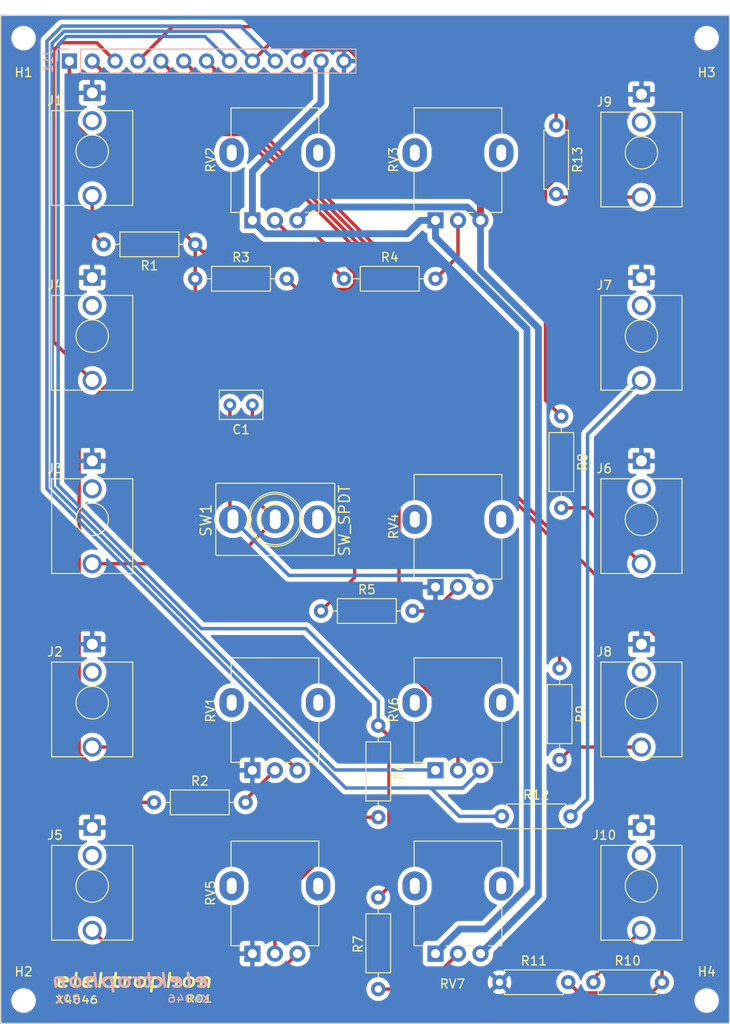
<source format=kicad_pcb>
(kicad_pcb (version 20221018) (generator pcbnew)
  (title_block (title "X046") (date "2019-09-02") (rev "R01") (comment 1 "PCB for mount circuit") (comment 2 "Original design by Thomas Henry") (comment 4 "License CC BY 4.0 - Attribution 4.0 International"))
  (layers (0 "F.Cu" signal) (31 "B.Cu" signal) (34 "B.Paste" user) (35 "F.Paste" user) (36 "B.SilkS" user "B.Silkscreen") (37 "F.SilkS" user "F.Silkscreen") (38 "B.Mask" user) (39 "F.Mask" user) (44 "Edge.Cuts" user))
  (net 0 "")
  (net 1 "Net-(SW1-A)")
  (net 2 "Net-(SW1-B)")
  (net 3 "Net-(J1-PadT)")
  (net 4 "GND")
  (net 6 "Net-(J2-PadT)")
  (net 9 "/HARD_SYNC")
  (net 11 "Net-(J5-PadT)")
  (net 13 "Net-(J6-PadT)")
  (net 15 "Net-(J7-PadT)")
  (net 17 "Net-(J8-PadT)")
  (net 19 "Net-(J9-PadT)")
  (net 21 "Net-(J10-PadT)")
  (net 23 "-15V")
  (net 24 "+15V")
  (net 25 "/PULSE")
  (net 26 "/SAW")
  (net 27 "/RAMPOID")
  (net 28 "/TRIANGLE")
  (net 29 "/SINE")
  (net 30 "/PWM")
  (net 31 "/SKEW")
  (net 32 "/LIN_FM")
  (net 33 "/EXP_FM")
  (net 34 "Net-(R2-Pad2)")
  (net 35 "Net-(R3-Pad2)")
  (net 36 "Net-(R4-Pad2)")
  (net 37 "Net-(R5-Pad2)")
  (net 38 "Net-(R6-Pad2)")
  (net 39 "Net-(R7-Pad2)")
  (footprint "Capacitor_THT:C_Rect_L4.6mm_W3.0mm_P2.50mm_MKS02_FKP02" (layer "F.Cu") (at 68.58 83.82 180)
    (fp_text reference "C1" (at 1.25 -2.75 180) (layer "F.SilkS"))
    (fp_text value "0.22u")
    (pad "1" thru_hole circle (at 0 0 180) (size 1.4 1.4) (drill 0.7) (layers "*.Cu" "*.Mask") (net 2 "Net-(SW1-B)"))
    (pad "2" thru_hole circle (at 2.5 0 180) (size 1.4 1.4) (drill 0.7) (layers "*.Cu" "*.Mask") (net 1 "Net-(SW1-A)"))
  )
  (footprint "elektrophon:Jack_3.5mm_WQP-PJ398SM_Vertical" (layer "F.Cu") (at 50.8 55.72)
    (fp_text reference "J1" (at -4.13 -5.63) (layer "F.SilkS"))
    (fp_text value "AudioJack2_SwitchT")
    (pad "S" thru_hole rect (at 0 -6.48 180) (size 1.93 1.83) (drill 1.22) (layers "*.Cu" "*.Mask") (net 4 "GND"))
    (pad "T" thru_hole circle (at 0 4.92 180) (size 2.13 2.13) (drill 1.43) (layers "*.Cu" "*.Mask") (net 3 "Net-(J1-PadT)"))
    (pad "TN" thru_hole circle (at 0 -3.38 180) (size 2.13 2.13) (drill 1.42) (layers "*.Cu" "*.Mask"))
  )
  (footprint "elektrophon:Jack_3.5mm_WQP-PJ398SM_Vertical" (layer "F.Cu") (at 50.8 116.84)
    (fp_text reference "J2" (at -4.13 -5.63) (layer "F.SilkS"))
    (fp_text value "AudioJack2_SwitchT")
    (pad "S" thru_hole rect (at 0 -6.48 180) (size 1.93 1.83) (drill 1.22) (layers "*.Cu" "*.Mask") (net 4 "GND"))
    (pad "T" thru_hole circle (at 0 4.92 180) (size 2.13 2.13) (drill 1.43) (layers "*.Cu" "*.Mask") (net 6 "Net-(J2-PadT)"))
    (pad "TN" thru_hole circle (at 0 -3.38 180) (size 2.13 2.13) (drill 1.42) (layers "*.Cu" "*.Mask"))
  )
  (footprint "elektrophon:Jack_3.5mm_WQP-PJ398SM_Vertical" (layer "F.Cu") (at 50.8 96.52)
    (fp_text reference "J3" (at -4.13 -5.63) (layer "F.SilkS"))
    (fp_text value "AudioJack2_SwitchT")
    (pad "S" thru_hole rect (at 0 -6.48 180) (size 1.93 1.83) (drill 1.22) (layers "*.Cu" "*.Mask") (net 4 "GND"))
    (pad "T" thru_hole circle (at 0 4.92 180) (size 2.13 2.13) (drill 1.43) (layers "*.Cu" "*.Mask") (net 2 "Net-(SW1-B)"))
    (pad "TN" thru_hole circle (at 0 -3.38 180) (size 2.13 2.13) (drill 1.42) (layers "*.Cu" "*.Mask"))
  )
  (footprint "elektrophon:Jack_3.5mm_WQP-PJ398SM_Vertical" (layer "F.Cu") (at 50.8 76.2)
    (fp_text reference "J4" (at -4.13 -5.63) (layer "F.SilkS"))
    (fp_text value "AudioJack2_SwitchT")
    (pad "S" thru_hole rect (at 0 -6.48 180) (size 1.93 1.83) (drill 1.22) (layers "*.Cu" "*.Mask") (net 4 "GND"))
    (pad "T" thru_hole circle (at 0 4.92 180) (size 2.13 2.13) (drill 1.43) (layers "*.Cu" "*.Mask") (net 9 "/HARD_SYNC"))
    (pad "TN" thru_hole circle (at 0 -3.38 180) (size 2.13 2.13) (drill 1.42) (layers "*.Cu" "*.Mask"))
  )
  (footprint "elektrophon:Jack_3.5mm_WQP-PJ398SM_Vertical" (layer "F.Cu") (at 50.8 137.16)
    (fp_text reference "J5" (at -4.13 -5.63) (layer "F.SilkS"))
    (fp_text value "AudioJack2_SwitchT")
    (pad "S" thru_hole rect (at 0 -6.48 180) (size 1.93 1.83) (drill 1.22) (layers "*.Cu" "*.Mask") (net 4 "GND"))
    (pad "T" thru_hole circle (at 0 4.92 180) (size 2.13 2.13) (drill 1.43) (layers "*.Cu" "*.Mask") (net 11 "Net-(J5-PadT)"))
    (pad "TN" thru_hole circle (at 0 -3.38 180) (size 2.13 2.13) (drill 1.42) (layers "*.Cu" "*.Mask"))
  )
  (footprint "elektrophon:Jack_3.5mm_WQP-PJ398SM_Vertical" (layer "F.Cu") (at 111.76 96.52)
    (fp_text reference "J6" (at -4.13 -5.63) (layer "F.SilkS"))
    (fp_text value "AudioJack2_SwitchT")
    (pad "S" thru_hole rect (at 0 -6.48 180) (size 1.93 1.83) (drill 1.22) (layers "*.Cu" "*.Mask") (net 4 "GND"))
    (pad "T" thru_hole circle (at 0 4.92 180) (size 2.13 2.13) (drill 1.43) (layers "*.Cu" "*.Mask") (net 13 "Net-(J6-PadT)"))
    (pad "TN" thru_hole circle (at 0 -3.38 180) (size 2.13 2.13) (drill 1.42) (layers "*.Cu" "*.Mask"))
  )
  (footprint "elektrophon:Jack_3.5mm_WQP-PJ398SM_Vertical" (layer "F.Cu") (at 111.76 76.2)
    (fp_text reference "J7" (at -4.13 -5.63) (layer "F.SilkS"))
    (fp_text value "AudioJack2_SwitchT")
    (pad "S" thru_hole rect (at 0 -6.48 180) (size 1.93 1.83) (drill 1.22) (layers "*.Cu" "*.Mask") (net 4 "GND"))
    (pad "T" thru_hole circle (at 0 4.92 180) (size 2.13 2.13) (drill 1.43) (layers "*.Cu" "*.Mask") (net 15 "Net-(J7-PadT)"))
    (pad "TN" thru_hole circle (at 0 -3.38 180) (size 2.13 2.13) (drill 1.42) (layers "*.Cu" "*.Mask"))
  )
  (footprint "elektrophon:Jack_3.5mm_WQP-PJ398SM_Vertical" (layer "F.Cu") (at 111.76 116.84)
    (fp_text reference "J8" (at -4.13 -5.63) (layer "F.SilkS"))
    (fp_text value "AudioJack2_SwitchT")
    (pad "S" thru_hole rect (at 0 -6.48 180) (size 1.93 1.83) (drill 1.22) (layers "*.Cu" "*.Mask") (net 4 "GND"))
    (pad "T" thru_hole circle (at 0 4.92 180) (size 2.13 2.13) (drill 1.43) (layers "*.Cu" "*.Mask") (net 17 "Net-(J8-PadT)"))
    (pad "TN" thru_hole circle (at 0 -3.38 180) (size 2.13 2.13) (drill 1.42) (layers "*.Cu" "*.Mask"))
  )
  (footprint "elektrophon:Jack_3.5mm_WQP-PJ398SM_Vertical" (layer "F.Cu") (at 111.76 55.88)
    (fp_text reference "J9" (at -4.13 -5.63) (layer "F.SilkS"))
    (fp_text value "AudioJack2_SwitchT")
    (pad "S" thru_hole rect (at 0 -6.48 180) (size 1.93 1.83) (drill 1.22) (layers "*.Cu" "*.Mask") (net 4 "GND"))
    (pad "T" thru_hole circle (at 0 4.92 180) (size 2.13 2.13) (drill 1.43) (layers "*.Cu" "*.Mask") (net 19 "Net-(J9-PadT)"))
    (pad "TN" thru_hole circle (at 0 -3.38 180) (size 2.13 2.13) (drill 1.42) (layers "*.Cu" "*.Mask"))
  )
  (footprint "elektrophon:Jack_3.5mm_WQP-PJ398SM_Vertical" (layer "F.Cu") (at 111.76 137.16)
    (fp_text reference "J10" (at -4.13 -5.63) (layer "F.SilkS"))
    (fp_text value "AudioJack2_SwitchT")
    (pad "S" thru_hole rect (at 0 -6.48 180) (size 1.93 1.83) (drill 1.22) (layers "*.Cu" "*.Mask") (net 4 "GND"))
    (pad "T" thru_hole circle (at 0 4.92 180) (size 2.13 2.13) (drill 1.43) (layers "*.Cu" "*.Mask") (net 21 "Net-(J10-PadT)"))
    (pad "TN" thru_hole circle (at 0 -3.38 180) (size 2.13 2.13) (drill 1.42) (layers "*.Cu" "*.Mask"))
  )
  (footprint "Resistor_THT:R_Axial_DIN0207_L6.3mm_D2.5mm_P10.16mm_Horizontal" (layer "F.Cu") (at 62.23 66.04 180)
    (fp_text reference "R1" (at 5.08 -2.37) (layer "F.SilkS"))
    (fp_text value "100k")
    (pad "1" thru_hole circle (at 0 0 180) (size 1.6 1.6) (drill 0.8) (layers "*.Cu" "*.Mask") (net 33 "/EXP_FM"))
    (pad "2" thru_hole oval (at 10.16 0 180) (size 1.6 1.6) (drill 0.8) (layers "*.Cu" "*.Mask") (net 3 "Net-(J1-PadT)"))
  )
  (footprint "Resistor_THT:R_Axial_DIN0207_L6.3mm_D2.5mm_P10.16mm_Horizontal" (layer "F.Cu") (at 57.660001 127.895001)
    (fp_text reference "R2" (at 5.08 -2.37) (layer "F.SilkS"))
    (fp_text value "100k")
    (pad "1" thru_hole circle (at 0 0) (size 1.6 1.6) (drill 0.8) (layers "*.Cu" "*.Mask") (net 33 "/EXP_FM"))
    (pad "2" thru_hole oval (at 10.16 0) (size 1.6 1.6) (drill 0.8) (layers "*.Cu" "*.Mask") (net 34 "Net-(R2-Pad2)"))
  )
  (footprint "Resistor_THT:R_Axial_DIN0207_L6.3mm_D2.5mm_P10.16mm_Horizontal" (layer "F.Cu") (at 62.23 69.85)
    (fp_text reference "R3" (at 5.08 -2.37) (layer "F.SilkS"))
    (fp_text value "100k")
    (pad "1" thru_hole circle (at 0 0) (size 1.6 1.6) (drill 0.8) (layers "*.Cu" "*.Mask") (net 33 "/EXP_FM"))
    (pad "2" thru_hole oval (at 10.16 0) (size 1.6 1.6) (drill 0.8) (layers "*.Cu" "*.Mask") (net 35 "Net-(R3-Pad2)"))
  )
  (footprint "Resistor_THT:R_Axial_DIN0207_L6.3mm_D2.5mm_P10.16mm_Horizontal" (layer "F.Cu") (at 78.74 69.85)
    (fp_text reference "R4" (at 5.08 -2.37) (layer "F.SilkS"))
    (fp_text value "3M3")
    (pad "1" thru_hole circle (at 0 0) (size 1.6 1.6) (drill 0.8) (layers "*.Cu" "*.Mask") (net 33 "/EXP_FM"))
    (pad "2" thru_hole oval (at 10.16 0) (size 1.6 1.6) (drill 0.8) (layers "*.Cu" "*.Mask") (net 36 "Net-(R4-Pad2)"))
  )
  (footprint "Resistor_THT:R_Axial_DIN0207_L6.3mm_D2.5mm_P10.16mm_Horizontal" (layer "F.Cu") (at 76.2 106.68)
    (fp_text reference "R5" (at 5.08 -2.37) (layer "F.SilkS"))
    (fp_text value "100k")
    (pad "1" thru_hole circle (at 0 0) (size 1.6 1.6) (drill 0.8) (layers "*.Cu" "*.Mask") (net 32 "/LIN_FM"))
    (pad "2" thru_hole oval (at 10.16 0) (size 1.6 1.6) (drill 0.8) (layers "*.Cu" "*.Mask") (net 37 "Net-(R5-Pad2)"))
  )
  (footprint "Resistor_THT:R_Axial_DIN0207_L6.3mm_D2.5mm_P10.16mm_Horizontal" (layer "F.Cu") (at 82.55 119.38 -90)
    (fp_text reference "R6" (at 5.08 -2.37 90) (layer "F.SilkS"))
    (fp_text value "100k")
    (pad "1" thru_hole circle (at 0 0 270) (size 1.6 1.6) (drill 0.8) (layers "*.Cu" "*.Mask") (net 30 "/PWM"))
    (pad "2" thru_hole oval (at 10.16 0 270) (size 1.6 1.6) (drill 0.8) (layers "*.Cu" "*.Mask") (net 38 "Net-(R6-Pad2)"))
  )
  (footprint "Resistor_THT:R_Axial_DIN0207_L6.3mm_D2.5mm_P10.16mm_Horizontal" (layer "F.Cu") (at 82.55 138.43 -90)
    (fp_text reference "R7" (at 5.18 2.23 90) (layer "F.SilkS"))
    (fp_text value "330k")
    (pad "1" thru_hole circle (at 0 0 270) (size 1.6 1.6) (drill 0.8) (layers "*.Cu" "*.Mask") (net 30 "/PWM"))
    (pad "2" thru_hole oval (at 10.16 0 270) (size 1.6 1.6) (drill 0.8) (layers "*.Cu" "*.Mask") (net 39 "Net-(R7-Pad2)"))
  )
  (footprint "Resistor_THT:R_Axial_DIN0207_L6.3mm_D2.5mm_P10.16mm_Horizontal" (layer "F.Cu") (at 102.87 85.09 -90)
    (fp_text reference "R8" (at 5.08 -2.37 90) (layer "F.SilkS"))
    (fp_text value "1k")
    (pad "1" thru_hole circle (at 0 0 270) (size 1.6 1.6) (drill 0.8) (layers "*.Cu" "*.Mask") (net 29 "/SINE"))
    (pad "2" thru_hole oval (at 10.16 0 270) (size 1.6 1.6) (drill 0.8) (layers "*.Cu" "*.Mask") (net 13 "Net-(J6-PadT)"))
  )
  (footprint "Resistor_THT:R_Axial_DIN0207_L6.3mm_D2.5mm_P10.16mm_Horizontal" (layer "F.Cu") (at 102.68 113.03 -90)
    (fp_text reference "R9" (at 5.08 -2.37 90) (layer "F.SilkS"))
    (fp_text value "1k")
    (pad "1" thru_hole circle (at 0 0 270) (size 1.6 1.6) (drill 0.8) (layers "*.Cu" "*.Mask") (net 27 "/RAMPOID"))
    (pad "2" thru_hole oval (at 10.16 0 270) (size 1.6 1.6) (drill 0.8) (layers "*.Cu" "*.Mask") (net 17 "Net-(J8-PadT)"))
  )
  (footprint "Resistor_THT:R_Axial_DIN0207_L6.3mm_D2.5mm_P7.62mm_Horizontal" (layer "F.Cu") (at 106.426 147.828)
    (fp_text reference "R10" (at 3.81 -2.37) (layer "F.SilkS"))
    (fp_text value "3k")
    (pad "1" thru_hole circle (at 0 0) (size 1.6 1.6) (drill 0.8) (layers "*.Cu" "*.Mask") (net 21 "Net-(J10-PadT)"))
    (pad "2" thru_hole oval (at 7.62 0) (size 1.6 1.6) (drill 0.8) (layers "*.Cu" "*.Mask") (net 25 "/PULSE"))
  )
  (footprint "Resistor_THT:R_Axial_DIN0207_L6.3mm_D2.5mm_P7.62mm_Horizontal" (layer "F.Cu") (at 96.012 147.828)
    (fp_text reference "R11" (at 3.81 -2.37) (layer "F.SilkS"))
    (fp_text value "1k8")
    (pad "1" thru_hole circle (at 0 0) (size 1.6 1.6) (drill 0.8) (layers "*.Cu" "*.Mask") (net 4 "GND"))
    (pad "2" thru_hole oval (at 7.62 0) (size 1.6 1.6) (drill 0.8) (layers "*.Cu" "*.Mask") (net 25 "/PULSE"))
  )
  (footprint "Resistor_THT:R_Axial_DIN0207_L6.3mm_D2.5mm_P7.62mm_Horizontal" (layer "F.Cu") (at 96.27 129.44)
    (fp_text reference "R12" (at 3.81 -2.37) (layer "F.SilkS"))
    (fp_text value "1k")
    (pad "1" thru_hole circle (at 0 0) (size 1.6 1.6) (drill 0.8) (layers "*.Cu" "*.Mask") (net 28 "/TRIANGLE"))
    (pad "2" thru_hole oval (at 7.62 0) (size 1.6 1.6) (drill 0.8) (layers "*.Cu" "*.Mask") (net 15 "Net-(J7-PadT)"))
  )
  (footprint "Resistor_THT:R_Axial_DIN0207_L6.3mm_D2.5mm_P7.62mm_Horizontal" (layer "F.Cu") (at 102.3 52.84 -90)
    (fp_text reference "R13" (at 3.81 -2.37 90) (layer "F.SilkS"))
    (fp_text value "1k")
    (pad "1" thru_hole circle (at 0 0 270) (size 1.6 1.6) (drill 0.8) (layers "*.Cu" "*.Mask") (net 26 "/SAW"))
    (pad "2" thru_hole oval (at 7.62 0 270) (size 1.6 1.6) (drill 0.8) (layers "*.Cu" "*.Mask") (net 19 "Net-(J9-PadT)"))
  )
  (footprint "elektrophon:Potentiometer_Alpha_RD901F-40-00D_Single_Vertical" (layer "F.Cu") (at 71.12 116.84 90)
    (fp_text reference "RV1" (at -0.79 -7.18 270) (layer "F.SilkS"))
    (fp_text value "100k")
    (pad "" thru_hole oval (at 0 -4.84 180) (size 2.72 3.24) (drill oval 1.1 1.8) (layers "*.Cu" "*.Mask"))
    (pad "" thru_hole oval (at 0 4.76 180) (size 2.72 3.24) (drill oval 1.1 1.8) (layers "*.Cu" "*.Mask"))
    (pad "1" thru_hole rect (at -7.5 -2.54 180) (size 1.8 1.8) (drill 1) (layers "*.Cu" "*.Mask") (net 4 "GND"))
    (pad "2" thru_hole circle (at -7.5 -0.04 180) (size 1.8 1.8) (drill 1) (layers "*.Cu" "*.Mask") (net 34 "Net-(R2-Pad2)"))
    (pad "3" thru_hole circle (at -7.5 2.46 180) (size 1.8 1.8) (drill 1) (layers "*.Cu" "*.Mask") (net 6 "Net-(J2-PadT)"))
  )
  (footprint "elektrophon:Potentiometer_Alpha_RD901F-40-00D_Single_Vertical" (layer "F.Cu") (at 71.12 55.88 90)
    (fp_text reference "RV2" (at -0.79 -7.18 270) (layer "F.SilkS"))
    (fp_text value "100k")
    (pad "" thru_hole oval (at 0 -4.84 180) (size 2.72 3.24) (drill oval 1.1 1.8) (layers "*.Cu" "*.Mask"))
    (pad "" thru_hole oval (at 0 4.76 180) (size 2.72 3.24) (drill oval 1.1 1.8) (layers "*.Cu" "*.Mask"))
    (pad "1" thru_hole rect (at -7.5 -2.54 180) (size 1.8 1.8) (drill 1) (layers "*.Cu" "*.Mask") (net 23 "-15V"))
    (pad "2" thru_hole circle (at -7.5 -0.04 180) (size 1.8 1.8) (drill 1) (layers "*.Cu" "*.Mask") (net 35 "Net-(R3-Pad2)"))
    (pad "3" thru_hole circle (at -7.5 2.46 180) (size 1.8 1.8) (drill 1) (layers "*.Cu" "*.Mask") (net 24 "+15V"))
  )
  (footprint "elektrophon:Potentiometer_Alpha_RD901F-40-00D_Single_Vertical" (layer "F.Cu") (at 91.44 55.88 90)
    (fp_text reference "RV3" (at -0.79 -7.18 270) (layer "F.SilkS"))
    (fp_text value "100k")
    (pad "" thru_hole oval (at 0 -4.84 180) (size 2.72 3.24) (drill oval 1.1 1.8) (layers "*.Cu" "*.Mask"))
    (pad "" thru_hole oval (at 0 4.76 180) (size 2.72 3.24) (drill oval 1.1 1.8) (layers "*.Cu" "*.Mask"))
    (pad "1" thru_hole rect (at -7.5 -2.54 180) (size 1.8 1.8) (drill 1) (layers "*.Cu" "*.Mask") (net 23 "-15V"))
    (pad "2" thru_hole circle (at -7.5 -0.04 180) (size 1.8 1.8) (drill 1) (layers "*.Cu" "*.Mask") (net 36 "Net-(R4-Pad2)"))
    (pad "3" thru_hole circle (at -7.5 2.46 180) (size 1.8 1.8) (drill 1) (layers "*.Cu" "*.Mask") (net 24 "+15V"))
  )
  (footprint "elektrophon:Potentiometer_Alpha_RD901F-40-00D_Single_Vertical" (layer "F.Cu") (at 91.44 96.52 90)
    (fp_text reference "RV4" (at -0.79 -7.18 270) (layer "F.SilkS"))
    (fp_text value "100k")
    (pad "" thru_hole oval (at 0 -4.84 180) (size 2.72 3.24) (drill oval 1.1 1.8) (layers "*.Cu" "*.Mask"))
    (pad "" thru_hole oval (at 0 4.76 180) (size 2.72 3.24) (drill oval 1.1 1.8) (layers "*.Cu" "*.Mask"))
    (pad "1" thru_hole rect (at -7.5 -2.54 180) (size 1.8 1.8) (drill 1) (layers "*.Cu" "*.Mask") (net 4 "GND"))
    (pad "2" thru_hole circle (at -7.5 -0.04 180) (size 1.8 1.8) (drill 1) (layers "*.Cu" "*.Mask") (net 37 "Net-(R5-Pad2)"))
    (pad "3" thru_hole circle (at -7.5 2.46 180) (size 1.8 1.8) (drill 1) (layers "*.Cu" "*.Mask") (net 1 "Net-(SW1-A)"))
  )
  (footprint "elektrophon:Potentiometer_Alpha_RD901F-40-00D_Single_Vertical" (layer "F.Cu") (at 71.12 137.16 90)
    (fp_text reference "RV5" (at -0.79 -7.18 270) (layer "F.SilkS"))
    (fp_text value "100k")
    (pad "" thru_hole oval (at 0 -4.84 180) (size 2.72 3.24) (drill oval 1.1 1.8) (layers "*.Cu" "*.Mask"))
    (pad "" thru_hole oval (at 0 4.76 180) (size 2.72 3.24) (drill oval 1.1 1.8) (layers "*.Cu" "*.Mask"))
    (pad "1" thru_hole rect (at -7.5 -2.54 180) (size 1.8 1.8) (drill 1) (layers "*.Cu" "*.Mask") (net 4 "GND"))
    (pad "2" thru_hole circle (at -7.5 -0.04 180) (size 1.8 1.8) (drill 1) (layers "*.Cu" "*.Mask") (net 38 "Net-(R6-Pad2)"))
    (pad "3" thru_hole circle (at -7.5 2.46 180) (size 1.8 1.8) (drill 1) (layers "*.Cu" "*.Mask") (net 11 "Net-(J5-PadT)"))
  )
  (footprint "elektrophon:Potentiometer_Alpha_RD901F-40-00D_Single_Vertical" (layer "F.Cu") (at 91.44 116.84 90)
    (fp_text reference "RV6" (at -0.79 -7.18 270) (layer "F.SilkS"))
    (fp_text value "500k")
    (pad "" thru_hole oval (at 0 -4.84 180) (size 2.72 3.24) (drill oval 1.1 1.8) (layers "*.Cu" "*.Mask"))
    (pad "" thru_hole oval (at 0 4.76 180) (size 2.72 3.24) (drill oval 1.1 1.8) (layers "*.Cu" "*.Mask"))
    (pad "1" thru_hole rect (at -7.5 -2.54 180) (size 1.8 1.8) (drill 1) (layers "*.Cu" "*.Mask") (net 26 "/SAW"))
    (pad "2" thru_hole circle (at -7.5 -0.04 180) (size 1.8 1.8) (drill 1) (layers "*.Cu" "*.Mask") (net 31 "/SKEW"))
    (pad "3" thru_hole circle (at -7.5 2.46 180) (size 1.8 1.8) (drill 1) (layers "*.Cu" "*.Mask") (net 28 "/TRIANGLE"))
  )
  (footprint "elektrophon:Potentiometer_Alpha_RD901F-40-00D_Single_Vertical" (layer "F.Cu") (at 91.44 137.16 90)
    (fp_text reference "RV7" (at -10.86 -0.66) (layer "F.SilkS"))
    (fp_text value "500k")
    (pad "" thru_hole oval (at 0 -4.84 180) (size 2.72 3.24) (drill oval 1.1 1.8) (layers "*.Cu" "*.Mask"))
    (pad "" thru_hole oval (at 0 4.76 180) (size 2.72 3.24) (drill oval 1.1 1.8) (layers "*.Cu" "*.Mask"))
    (pad "1" thru_hole rect (at -7.5 -2.54 180) (size 1.8 1.8) (drill 1) (layers "*.Cu" "*.Mask") (net 23 "-15V"))
    (pad "2" thru_hole circle (at -7.5 -0.04 180) (size 1.8 1.8) (drill 1) (layers "*.Cu" "*.Mask") (net 39 "Net-(R7-Pad2)"))
    (pad "3" thru_hole circle (at -7.5 2.46 180) (size 1.8 1.8) (drill 1) (layers "*.Cu" "*.Mask") (net 24 "+15V"))
  )
  (footprint "elektrophon:SPDT_KIT" (layer "F.Cu") (at 71.12 96.52 90)
    (fp_text reference "SW1" (at -2.032 -6.985 90) (layer "F.SilkS") (effects (font (size 1.2065 1.2065) (thickness 0.1524)) (justify left bottom)))
    (fp_text value "SW_SPDT" (at -4.191 8.382 90) (layer "F.SilkS") (effects (font (size 1.2065 1.2065) (thickness 0.1524)) (justify left bottom)))
    (pad "1" thru_hole circle (at 0 -4.7 90) (size 3.1 3.1) (drill oval 2.2 1.2) (layers "*.Cu" "*.Mask") (net 1 "Net-(SW1-A)"))
    (pad "2" thru_hole circle (at 0 0 90) (size 3.1 3.1) (drill oval 2.2 1.2) (layers "*.Cu" "*.Mask") (net 2 "Net-(SW1-B)"))
    (pad "3" thru_hole circle (at 0 4.7 90) (size 3.1 3.1) (drill oval 2.2 1.2) (layers "*.Cu" "*.Mask"))
  )
  (footprint "MountingHole:MountingHole_2.2mm_M2" (layer "F.Cu") (at 43.18 43.18)
    (fp_text reference "H1" (at 0 3.81) (layer "F.SilkS"))
    (fp_text value "MountingHole" hide)
    (pad "" np_thru_hole circle (at 0 0) (size 2.2 2.2) (drill 2.2) (layers "*.Cu" "*.Mask"))
  )
  (footprint "MountingHole:MountingHole_2.2mm_M2" (layer "F.Cu") (at 43.18 149.86)
    (fp_text reference "H2" (at 0 -3.2) (layer "F.SilkS"))
    (fp_text value "MountingHole" hide)
    (pad "" np_thru_hole circle (at 0 0) (size 2.2 2.2) (drill 2.2) (layers "*.Cu" "*.Mask"))
  )
  (footprint "MountingHole:MountingHole_2.2mm_M2" (layer "F.Cu") (at 119 43.18)
    (fp_text reference "H3" (at 0 3.81) (layer "F.SilkS"))
    (fp_text value "MountingHole" hide)
    (pad "" np_thru_hole circle (at 0 0) (size 2.2 2.2) (drill 2.2) (layers "*.Cu" "*.Mask"))
  )
  (footprint "MountingHole:MountingHole_2.2mm_M2" (layer "F.Cu") (at 119 149.86)
    (fp_text reference "H4" (at 0 -3.2) (layer "F.SilkS"))
    (fp_text value "MountingHole" hide)
    (pad "" np_thru_hole circle (at 0 0) (size 2.2 2.2) (drill 2.2) (layers "*.Cu" "*.Mask"))
  )
  (footprint "Connector_PinHeader_2.54mm:PinHeader_1x13_P2.54mm_Vertical" (layer "B.Cu") (at 48.26 45.72 -90)
    (fp_text reference "J11" (at 0 2.33 90) (layer "B.SilkS") (effects (justify mirror)))
    (fp_text value "Conn_01x13_Male")
    (pad "1" thru_hole rect (at 0 0 270) (size 1.7 1.7) (drill 1) (layers "*.Cu" "*.Mask") (net 33 "/EXP_FM"))
    (pad "2" thru_hole oval (at 0 -2.54 270) (size 1.7 1.7) (drill 1) (layers "*.Cu" "*.Mask") (net 32 "/LIN_FM"))
    (pad "3" thru_hole oval (at 0 -5.08 270) (size 1.7 1.7) (drill 1) (layers "*.Cu" "*.Mask") (net 9 "/HARD_SYNC"))
    (pad "4" thru_hole oval (at 0 -7.62 270) (size 1.7 1.7) (drill 1) (layers "*.Cu" "*.Mask") (net 29 "/SINE"))
    (pad "5" thru_hole oval (at 0 -10.16 270) (size 1.7 1.7) (drill 1) (layers "*.Cu" "*.Mask") (net 31 "/SKEW"))
    (pad "6" thru_hole oval (at 0 -12.7 270) (size 1.7 1.7) (drill 1) (layers "*.Cu" "*.Mask") (net 27 "/RAMPOID"))
    (pad "7" thru_hole oval (at 0 -15.24 270) (size 1.7 1.7) (drill 1) (layers "*.Cu" "*.Mask") (net 25 "/PULSE"))
    (pad "8" thru_hole oval (at 0 -17.78 270) (size 1.7 1.7) (drill 1) (layers "*.Cu" "*.Mask") (net 30 "/PWM"))
    (pad "9" thru_hole oval (at 0 -20.32 270) (size 1.7 1.7) (drill 1) (layers "*.Cu" "*.Mask") (net 26 "/SAW"))
    (pad "10" thru_hole oval (at 0 -22.86 270) (size 1.7 1.7) (drill 1) (layers "*.Cu" "*.Mask") (net 28 "/TRIANGLE"))
    (pad "11" thru_hole oval (at 0 -25.4 270) (size 1.7 1.7) (drill 1) (layers "*.Cu" "*.Mask") (net 24 "+15V"))
    (pad "12" thru_hole oval (at 0 -27.94 270) (size 1.7 1.7) (drill 1) (layers "*.Cu" "*.Mask") (net 23 "-15V"))
    (pad "13" thru_hole oval (at 0 -30.48 270) (size 1.7 1.7) (drill 1) (layers "*.Cu" "*.Mask") (net 4 "GND"))
  )
  (gr_line (start 40.64 152.4) (end 40.64 40.64) (stroke (width 0.15)) (layer "Edge.Cuts"))
  (gr_line (start 40.64 152.4) (end 121.54 152.4) (stroke (width 0.15)) (layer "Edge.Cuts"))
  (gr_line (start 40.64 40.64) (end 121.54 40.64) (stroke (width 0.15)) (layer "Edge.Cuts"))
  (gr_line (start 121.54 40.64) (end 121.54 152.4) (stroke (width 0.15)) (layer "Edge.Cuts"))
  (gr_text "X4046" (at 61.526 149.667) (layer "B.SilkS") (effects (font (size 0.8 1)) (justify mirror)))
  (gr_text "R01" (at 48.064 149.667) (layer "B.SilkS") (effects (font (size 0.8 1)) (justify mirror)))
  (gr_text "elektrophon" (at 55.049 147.635) (layer "B.SilkS") (effects (font (size 1.5 2) (thickness 0.3) italic) (justify mirror)))
  (gr_text "elektrophon" (at 55.43 147.635) (layer "F.SilkS") (effects (font (size 1.5 2) (thickness 0.3) italic)))
  (gr_text "X4046" (at 49.08 149.794) (layer "F.SilkS") (effects (font (size 0.8 1))))
  (gr_text "R01" (at 62.669 149.667) (layer "F.SilkS") (effects (font (size 0.8 1))))
  (segment (start 66.08 83.82) (end 66.08 96.18) (width 0.381) (layer "F.Cu") (net 1))
  (segment (start 66.08 96.18) (end 66.42 96.52) (width 0.381) (layer "F.Cu") (net 1))
  (segment (start 92.609499 102.729499) (end 72.629499 102.729499) (width 0.381) (layer "B.Cu") (net 1))
  (segment (start 93.9 104.02) (end 92.609499 102.729499) (width 0.381) (layer "B.Cu") (net 1))
  (segment (start 72.629499 102.729499) (end 66.42 96.52) (width 0.381) (layer "B.Cu") (net 1))
  (segment (start 71.12 96.52) (end 66.2 101.44) (width 0.381) (layer "F.Cu") (net 2))
  (segment (start 68.58 93.98) (end 71.12 96.52) (width 0.381) (layer "F.Cu") (net 2))
  (segment (start 68.58 83.82) (end 68.58 93.98) (width 0.381) (layer "F.Cu") (net 2))
  (segment (start 66.2 101.44) (end 50.8 101.44) (width 0.381) (layer "F.Cu") (net 2))
  (segment (start 52.07 66.04) (end 50.8 64.77) (width 0.381) (layer "F.Cu") (net 3))
  (segment (start 50.8 64.77) (end 50.8 60.64) (width 0.381) (layer "F.Cu") (net 3))
  (segment (start 73.58 124.34) (end 71 121.76) (width 0.381) (layer "F.Cu") (net 6))
  (segment (start 71 121.76) (end 50.8 121.76) (width 0.381) (layer "F.Cu") (net 6))
  (segment (start 53.34 45.72) (end 51.31 43.69) (width 0.381) (layer "F.Cu") (net 9))
  (segment (start 51.31 43.69) (end 47.34 43.69) (width 0.381) (layer "F.Cu") (net 9))
  (segment (start 46.52 76.84) (end 50.8 81.12) (width 0.381) (layer "F.Cu") (net 9))
  (segment (start 47.34 43.69) (end 46.52 44.51) (width 0.381) (layer "F.Cu") (net 9))
  (segment (start 46.52 44.51) (end 46.52 76.84) (width 0.381) (layer "F.Cu") (net 9))
  (segment (start 55.12 146.4) (end 50.8 142.08) (width 0.381) (layer "F.Cu") (net 11))
  (segment (start 71.84 146.4) (end 55.12 146.4) (width 0.381) (layer "F.Cu") (net 11))
  (segment (start 73.58 144.66) (end 71.84 146.4) (width 0.381) (layer "F.Cu") (net 11))
  (segment (start 111.76 101.44) (end 105.57 95.25) (width 0.381) (layer "F.Cu") (net 13))
  (segment (start 105.57 95.25) (end 102.87 95.25) (width 0.381) (layer "F.Cu") (net 13))
  (segment (start 111.76 81.12) (end 105.78 87.1) (width 0.381) (layer "B.Cu") (net 15))
  (segment (start 105.78 87.1) (end 105.78 127.55) (width 0.381) (layer "B.Cu") (net 15))
  (segment (start 105.78 127.55) (end 103.89 129.44) (width 0.381) (layer "B.Cu") (net 15))
  (segment (start 104.11 121.76) (end 102.68 123.19) (width 0.381) (layer "F.Cu") (net 17))
  (segment (start 111.76 121.76) (end 104.11 121.76) (width 0.381) (layer "F.Cu") (net 17))
  (segment (start 111.76 60.8) (end 102.64 60.8) (width 0.381) (layer "F.Cu") (net 19))
  (segment (start 102.64 60.8) (end 102.3 60.46) (width 0.381) (layer "F.Cu") (net 19))
  (segment (start 106.426 147.414) (end 106.426 147.828) (width 0.381) (layer "F.Cu") (net 21))
  (segment (start 111.76 142.08) (end 106.426 147.414) (width 0.381) (layer "F.Cu") (net 21))
  (segment (start 91.63 141.93) (end 88.9 144.66) (width 0.762) (layer "B.Cu") (net 23))
  (segment (start 68.58 57.945491) (end 68.58 63.38) (width 0.762) (layer "B.Cu") (net 23))
  (segment (start 68.58 63.38) (end 70.061001 64.861001) (width 0.762) (layer "B.Cu") (net 23))
  (segment (start 76.2 45.72) (end 76.2 50.325491) (width 0.762) (layer "B.Cu") (net 23))
  (segment (start 99.06 75.420488) (end 99.06 137.305002) (width 0.762) (layer "B.Cu") (net 23))
  (segment (start 87.238 63.38) (end 88.9 63.38) (width 0.762) (layer "B.Cu") (net 23))
  (segment (start 94.435002 141.93) (end 91.63 141.93) (width 0.762) (layer "B.Cu") (net 23))
  (segment (start 88.9 65.260488) (end 99.06 75.420488) (width 0.762) (layer "B.Cu") (net 23))
  (segment (start 85.756999 64.861001) (end 87.238 63.38) (width 0.762) (layer "B.Cu") (net 23))
  (segment (start 88.9 63.38) (end 88.9 65.260488) (width 0.762) (layer "B.Cu") (net 23))
  (segment (start 76.2 50.325491) (end 68.58 57.945491) (width 0.762) (layer "B.Cu") (net 23))
  (segment (start 70.061001 64.861001) (end 85.756999 64.861001) (width 0.762) (layer "B.Cu") (net 23))
  (segment (start 99.06 137.305002) (end 94.435002 141.93) (width 0.762) (layer "B.Cu") (net 23))
  (segment (start 79.426881 44.288999) (end 75.091001 44.288999) (width 0.762) (layer "F.Cu") (net 24))
  (segment (start 75.091001 44.288999) (end 73.66 45.72) (width 0.762) (layer "F.Cu") (net 24))
  (segment (start 93.9 63.38) (end 93.9 58.762118) (width 0.762) (layer "F.Cu") (net 24))
  (segment (start 93.9 58.762118) (end 79.426881 44.288999) (width 0.762) (layer "F.Cu") (net 24))
  (segment (start 93.9 68.9) (end 100.33 75.33) (width 0.762) (layer "B.Cu") (net 24))
  (segment (start 93.9 144.66) (end 100.33 138.23) (width 0.762) (layer "B.Cu") (net 24))
  (segment (start 75.061001 61.898999) (end 73.58 63.38) (width 0.762) (layer "B.Cu") (net 24))
  (segment (start 100.33 138.23) (end 100.33 75.33) (width 0.762) (layer "B.Cu") (net 24))
  (segment (start 92.418999 61.898999) (end 75.061001 61.898999) (width 0.762) (layer "B.Cu") (net 24))
  (segment (start 93.9 63.38) (end 93.9 68.9) (width 0.762) (layer "B.Cu") (net 24))
  (segment (start 93.9 63.38) (end 92.418999 61.898999) (width 0.762) (layer "B.Cu") (net 24))
  (segment (start 84.201 67.945) (end 93.853 77.597) (width 0.381) (layer "F.Cu") (net 25))
  (segment (start 93.853 89.870098) (end 93.853 77.597) (width 0.381) (layer "F.Cu") (net 25))
  (segment (start 64.349999 46.569999) (end 64.349999 48.347999) (width 0.381) (layer "F.Cu") (net 25))
  (segment (start 114.046 110.063098) (end 93.853 89.870098) (width 0.381) (layer "F.Cu") (net 25))
  (segment (start 103.632 147.828) (end 104.822501 149.018501) (width 0.381) (layer "F.Cu") (net 25))
  (segment (start 104.822501 149.018501) (end 112.855499 149.018501) (width 0.381) (layer "F.Cu") (net 25))
  (segment (start 112.855499 149.018501) (end 114.046 147.828) (width 0.381) (layer "F.Cu") (net 25))
  (segment (start 83.947 67.945) (end 84.201 67.945) (width 0.381) (layer "F.Cu") (net 25))
  (segment (start 114.046 147.828) (end 114.046 110.063098) (width 0.381) (layer "F.Cu") (net 25))
  (segment (start 64.349999 48.347999) (end 83.947 67.945) (width 0.381) (layer "F.Cu") (net 25))
  (segment (start 63.5 45.72) (end 64.349999 46.569999) (width 0.381) (layer "F.Cu") (net 25))
  (segment (start 68.58 45.72) (end 71.755 42.545) (width 0.381) (layer "F.Cu") (net 26))
  (segment (start 102.3 49.595) (end 102.3 52.84) (width 0.381) (layer "F.Cu") (net 26))
  (segment (start 71.755 42.545) (end 95.25 42.545) (width 0.381) (layer "F.Cu") (net 26))
  (segment (start 95.25 42.545) (end 102.3 49.595) (width 0.381) (layer "F.Cu") (net 26))
  (segment (start 88.118328 124.3) (end 88.489164 123.929164) (width 0.381) (layer "B.Cu") (net 26))
  (segment (start 46.355 43.753327) (end 46.355 92.896673) (width 0.381) (layer "B.Cu") (net 26))
  (segment (start 47.689338 42.418989) (end 46.355 43.753327) (width 0.381) (layer "B.Cu") (net 26))
  (segment (start 68.58 45.72) (end 65.278989 42.418989) (width 0.381) (layer "B.Cu") (net 26))
  (segment (start 46.355 92.896673) (end 77.758327 124.3) (width 0.381) (layer "B.Cu") (net 26))
  (segment (start 65.278989 42.418989) (end 47.689338 42.418989) (width 0.381) (layer "B.Cu") (net 26))
  (segment (start 77.758327 124.3) (end 88.118328 124.3) (width 0.381) (layer "B.Cu") (net 26))
  (segment (start 102.68 113.03) (end 102.68 99.518771) (width 0.381) (layer "F.Cu") (net 27))
  (segment (start 93.271989 90.11076) (end 93.271989 78.091661) (width 0.381) (layer "F.Cu") (net 27))
  (segment (start 61.809999 46.629672) (end 93.271989 78.091661) (width 0.381) (layer "F.Cu") (net 27))
  (segment (start 102.68 99.518771) (end 93.271989 90.11076) (width 0.381) (layer "F.Cu") (net 27))
  (segment (start 60.96 45.72) (end 61.809999 46.569999) (width 0.381) (layer "F.Cu") (net 27))
  (segment (start 61.809999 46.569999) (end 61.809999 46.629672) (width 0.381) (layer "F.Cu") (net 27))
  (segment (start 91.54 129.44) (end 96.27 129.44) (width 0.381) (layer "B.Cu") (net 28))
  (segment (start 45.773989 93.137335) (end 78.936654 126.3) (width 0.381) (layer "B.Cu") (net 28))
  (segment (start 88.4 126.3) (end 91.54 129.44) (width 0.381) (layer "B.Cu") (net 28))
  (segment (start 45.773989 43.512665) (end 45.773989 93.137335) (width 0.381) (layer "B.Cu") (net 28))
  (segment (start 93.9 124.34) (end 91.94 126.3) (width 0.381) (layer "B.Cu") (net 28))
  (segment (start 88.4 126.3) (end 84.8 126.3) (width 0.381) (layer "B.Cu") (net 28))
  (segment (start 47.448676 41.837978) (end 45.773989 43.512665) (width 0.381) (layer "B.Cu") (net 28))
  (segment (start 67.237978 41.837978) (end 47.448676 41.837978) (width 0.381) (layer "B.Cu") (net 28))
  (segment (start 71.12 45.72) (end 67.237978 41.837978) (width 0.381) (layer "B.Cu") (net 28))
  (segment (start 91.94 126.3) (end 88.4 126.3) (width 0.381) (layer "B.Cu") (net 28))
  (segment (start 84.8 126.3) (end 78.936654 126.3) (width 0.381) (layer "B.Cu") (net 28))
  (segment (start 101.109499 59.888559) (end 103.490501 57.507557) (width 0.381) (layer "F.Cu") (net 29))
  (segment (start 103.490501 57.507557) (end 103.490501 49.963828) (width 0.381) (layer "F.Cu") (net 29))
  (segment (start 103.490501 49.963828) (end 95.436673 41.91) (width 0.381) (layer "F.Cu") (net 29))
  (segment (start 59.69 41.91) (end 55.88 45.72) (width 0.381) (layer "F.Cu") (net 29))
  (segment (start 101.109499 83.329499) (end 101.109499 59.888559) (width 0.381) (layer "F.Cu") (net 29))
  (segment (start 95.436673 41.91) (end 59.69 41.91) (width 0.381) (layer "F.Cu") (net 29))
  (segment (start 102.87 85.09) (end 101.109499 83.329499) (width 0.381) (layer "F.Cu") (net 29))
  (segment (start 82.55 138.43) (end 83.740501 137.239499) (width 0.381) (layer "F.Cu") (net 30))
  (segment (start 83.740501 137.239499) (end 83.740501 120.570501) (width 0.381) (layer "F.Cu") (net 30))
  (segment (start 83.740501 120.570501) (end 82.55 119.38) (width 0.381) (layer "F.Cu") (net 30))
  (segment (start 74.535662 108.638989) (end 62.918989 108.638989) (width 0.381) (layer "B.Cu") (net 30))
  (segment (start 82.55 116.653327) (end 74.535662 108.638989) (width 0.381) (layer "B.Cu") (net 30))
  (segment (start 66.04 45.72) (end 63.32 43) (width 0.381) (layer "B.Cu") (net 30))
  (segment (start 62.918989 108.638989) (end 46.99 92.71) (width 0.381) (layer "B.Cu") (net 30))
  (segment (start 82.55 119.38) (end 82.55 116.653327) (width 0.381) (layer "B.Cu") (net 30))
  (segment (start 46.99 92.71) (end 46.99 91.871171) (width 0.381) (layer "B.Cu") (net 30))
  (segment (start 47.93 43) (end 47.019499 43.910501) (width 0.381) (layer "B.Cu") (net 30))
  (segment (start 63.32 43) (end 47.93 43) (width 0.381) (layer "B.Cu") (net 30))
  (segment (start 46.99 91.871171) (end 47.019499 91.841672) (width 0.381) (layer "B.Cu") (net 30))
  (segment (start 47.019499 43.910501) (end 47.019499 91.841672) (width 0.381) (layer "B.Cu") (net 30))
  (segment (start 84.84949 70.490835) (end 84.84949 112.353896) (width 0.381) (layer "F.Cu") (net 31))
  (segment (start 67.647134 53.288479) (end 84.84949 70.490835) (width 0.381) (layer "F.Cu") (net 31))
  (segment (start 91.4 118.904406) (end 91.4 124.34) (width 0.381) (layer "F.Cu") (net 31))
  (segment (start 58.42 45.72) (end 65.988479 53.288479) (width 0.381) (layer "F.Cu") (net 31))
  (segment (start 84.84949 112.353896) (end 91.4 118.904406) (width 0.381) (layer "F.Cu") (net 31))
  (segment (start 65.988479 53.288479) (end 67.647134 53.288479) (width 0.381) (layer "F.Cu") (net 31))
  (segment (start 58.94949 53.86949) (end 67.406473 53.86949) (width 0.381) (layer "F.Cu") (net 32))
  (segment (start 67.406473 53.86949) (end 82.115009 68.578026) (width 0.381) (layer "F.Cu") (net 32))
  (segment (start 50.8 45.72) (end 58.94949 53.86949) (width 0.381) (layer "F.Cu") (net 32))
  (segment (start 79.930501 102.949499) (end 76.2 106.68) (width 0.381) (layer "F.Cu") (net 32))
  (segment (start 82.115009 73.392663) (end 79.930501 75.577171) (width 0.381) (layer "F.Cu") (net 32))
  (segment (start 82.115009 68.578026) (end 82.115009 73.392663) (width 0.381) (layer "F.Cu") (net 32))
  (segment (start 79.930501 75.577171) (end 79.930501 102.949499) (width 0.381) (layer "F.Cu") (net 32))
  (segment (start 63.029999 66.839999) (end 75.729999 66.839999) (width 0.381) (layer "F.Cu") (net 33))
  (segment (start 57.660001 127.895001) (end 54.780859 127.895001) (width 0.381) (layer "F.Cu") (net 33))
  (segment (start 62.23 66.04) (end 63.029999 66.839999) (width 0.381) (layer "F.Cu") (net 33))
  (segment (start 48.26 52.07) (end 62.23 66.04) (width 0.381) (layer "F.Cu") (net 33))
  (segment (start 54.780859 127.895001) (end 49.344499 122.458641) (width 0.381) (layer "F.Cu") (net 33))
  (segment (start 49.344499 122.458641) (end 49.344499 84.729643) (width 0.381) (layer "F.Cu") (net 33))
  (segment (start 75.729999 66.839999) (end 78.74 69.85) (width 0.381) (layer "F.Cu") (net 33))
  (segment (start 48.26 45.72) (end 48.26 52.07) (width 0.381) (layer "F.Cu") (net 33))
  (segment (start 62.23 66.04) (end 62.23 69.85) (width 0.381) (layer "F.Cu") (net 33))
  (segment (start 62.23 71.844142) (end 49.344499 84.729643) (width 0.381) (layer "F.Cu") (net 33))
  (segment (start 62.23 69.85) (end 62.23 71.844142) (width 0.381) (layer "F.Cu") (net 33))
  (segment (start 71.08 124.34) (end 67.820001 127.599999) (width 0.381) (layer "F.Cu") (net 34))
  (segment (start 67.820001 127.599999) (end 67.820001 127.895001) (width 0.381) (layer "F.Cu") (net 34))
  (segment (start 79.930501 70.421441) (end 79.930501 69.278559) (width 0.381) (layer "F.Cu") (net 35))
  (segment (start 72.39 69.85) (end 73.580501 71.040501) (width 0.381) (layer "F.Cu") (net 35))
  (segment (start 79.311441 71.040501) (end 79.930501 70.421441) (width 0.381) (layer "F.Cu") (net 35))
  (segment (start 75.322443 64.670501) (end 72.370501 64.670501) (width 0.381) (layer "F.Cu") (net 35))
  (segment (start 73.580501 71.040501) (end 79.311441 71.040501) (width 0.381) (layer "F.Cu") (net 35))
  (segment (start 72.370501 64.670501) (end 71.08 63.38) (width 0.381) (layer "F.Cu") (net 35))
  (segment (start 79.930501 69.278559) (end 75.322443 64.670501) (width 0.381) (layer "F.Cu") (net 35))
  (segment (start 91.4 67.35) (end 88.9 69.85) (width 0.381) (layer "F.Cu") (net 36))
  (segment (start 91.4 63.38) (end 91.4 67.35) (width 0.381) (layer "F.Cu") (net 36))
  (segment (start 88.74 106.68) (end 91.4 104.02) (width 0.381) (layer "F.Cu") (net 37))
  (segment (start 86.36 106.68) (end 88.74 106.68) (width 0.381) (layer "F.Cu") (net 37))
  (segment (start 71.08 144.66) (end 71.08 139.224406) (width 0.381) (layer "F.Cu") (net 38))
  (segment (start 80.764406 129.54) (end 82.55 129.54) (width 0.381) (layer "F.Cu") (net 38))
  (segment (start 71.08 139.224406) (end 80.764406 129.54) (width 0.381) (layer "F.Cu") (net 38))
  (segment (start 82.55 148.59) (end 87.47 148.59) (width 0.381) (layer "F.Cu") (net 39))
  (segment (start 87.47 148.59) (end 91.4 144.66) (width 0.381) (layer "F.Cu") (net 39))
  (zone (net 4) (net_name "GND") (layer "B.Cu") (connect_pads (clearance 0.508)) (min_thickness 0.254) (fill yes (thermal_gap 0.508) (thermal_bridge_width 0.508))
    (polygon (pts (xy 40.6 40.61) (xy 121.51 40.64) (xy 121.54 152.34) (xy 40.68 152.39)))
  )
)
</source>
